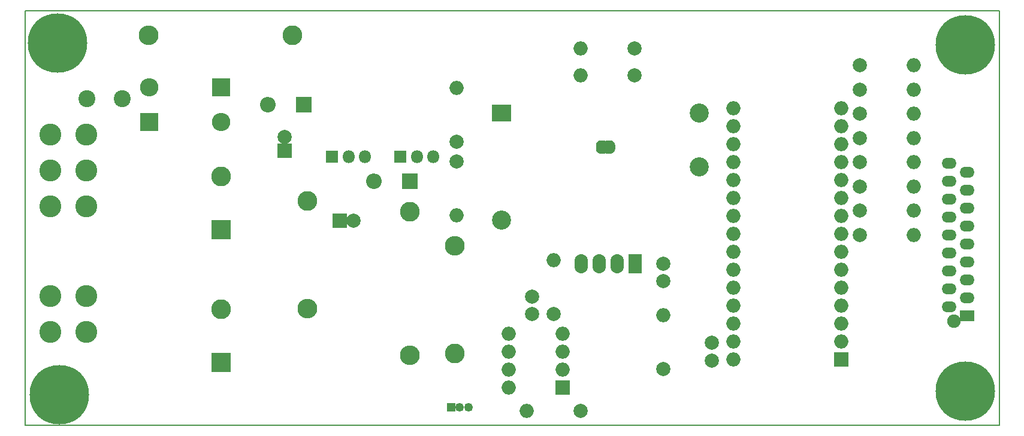
<source format=gbr>
G04 #@! TF.GenerationSoftware,KiCad,Pcbnew,5.1.5-52549c5~84~ubuntu18.04.1*
G04 #@! TF.CreationDate,2020-01-17T22:37:04+01:00*
G04 #@! TF.ProjectId,VFD,5646442e-6b69-4636-9164-5f7063625858,rev?*
G04 #@! TF.SameCoordinates,Original*
G04 #@! TF.FileFunction,Soldermask,Bot*
G04 #@! TF.FilePolarity,Negative*
%FSLAX46Y46*%
G04 Gerber Fmt 4.6, Leading zero omitted, Abs format (unit mm)*
G04 Created by KiCad (PCBNEW 5.1.5-52549c5~84~ubuntu18.04.1) date 2020-01-17 22:37:04*
%MOMM*%
%LPD*%
G04 APERTURE LIST*
%ADD10C,0.150000*%
%ADD11O,2.200000X2.200000*%
%ADD12R,2.200000X2.200000*%
%ADD13C,2.700000*%
%ADD14R,2.700000X2.400000*%
%ADD15C,1.300000*%
%ADD16C,8.400000*%
%ADD17O,2.000000X2.000000*%
%ADD18C,2.000000*%
%ADD19C,3.100000*%
%ADD20C,0.100000*%
%ADD21C,1.250000*%
%ADD22R,1.250000X1.250000*%
%ADD23R,2.000000X2.000000*%
%ADD24O,1.900000X2.700000*%
%ADD25R,1.900000X2.700000*%
%ADD26R,2.100000X1.520000*%
%ADD27O,2.100000X1.520000*%
%ADD28C,1.900000*%
%ADD29O,1.800000X1.800000*%
%ADD30R,1.800000X1.800000*%
%ADD31O,2.800000X2.800000*%
%ADD32C,2.800000*%
%ADD33C,2.400000*%
%ADD34R,2.800000X2.800000*%
%ADD35R,2.600000X2.600000*%
%ADD36O,2.600000X2.600000*%
G04 APERTURE END LIST*
D10*
X173990000Y-93472000D02*
X36322000Y-93472000D01*
X173990000Y-34798000D02*
X173990000Y-93472000D01*
X36322000Y-93472000D02*
X36322000Y-34798000D01*
X36322000Y-34798000D02*
X173990000Y-34798000D01*
D11*
X70612000Y-48133000D03*
D12*
X75692000Y-48133000D03*
D13*
X131632000Y-49276000D03*
D14*
X103632000Y-49276000D03*
D13*
X103632000Y-64476000D03*
X131632000Y-56876000D03*
D15*
X171285320Y-37502680D03*
X169164000Y-36624000D03*
X167042680Y-37502680D03*
X166164000Y-39624000D03*
X167042680Y-41745320D03*
X169164000Y-42624000D03*
X171285320Y-41745320D03*
X172164000Y-39624000D03*
D16*
X169164000Y-39624000D03*
D17*
X107188000Y-91440000D03*
D18*
X114808000Y-91440000D03*
D17*
X161925000Y-49403000D03*
D18*
X154305000Y-49403000D03*
D17*
X161925000Y-52832000D03*
D18*
X154305000Y-52832000D03*
D17*
X161925000Y-45974000D03*
D18*
X154305000Y-45974000D03*
D17*
X161925000Y-42545000D03*
D18*
X154305000Y-42545000D03*
D19*
X44958000Y-75184000D03*
X39878000Y-75184000D03*
X44958000Y-57404000D03*
X39878000Y-57404000D03*
D20*
G36*
X119020112Y-53152602D02*
G01*
X119038534Y-53152602D01*
X119058140Y-53153565D01*
X119106971Y-53158375D01*
X119126380Y-53161254D01*
X119174505Y-53170826D01*
X119193548Y-53175596D01*
X119240503Y-53189840D01*
X119258980Y-53196451D01*
X119304313Y-53215228D01*
X119322061Y-53223623D01*
X119365334Y-53246754D01*
X119382162Y-53256840D01*
X119422961Y-53284100D01*
X119438730Y-53295795D01*
X119476659Y-53326923D01*
X119491200Y-53340103D01*
X119525897Y-53374800D01*
X119539077Y-53389341D01*
X119570205Y-53427270D01*
X119581900Y-53443039D01*
X119609160Y-53483838D01*
X119619246Y-53500666D01*
X119642377Y-53543939D01*
X119650772Y-53561687D01*
X119669549Y-53607020D01*
X119676160Y-53625497D01*
X119690404Y-53672452D01*
X119695174Y-53691495D01*
X119704746Y-53739620D01*
X119707625Y-53759029D01*
X119712435Y-53807860D01*
X119713398Y-53827466D01*
X119713398Y-53845888D01*
X119714000Y-53852000D01*
X119714000Y-54352000D01*
X119713398Y-54358112D01*
X119713398Y-54376534D01*
X119712435Y-54396140D01*
X119707625Y-54444971D01*
X119704746Y-54464380D01*
X119695174Y-54512505D01*
X119690404Y-54531548D01*
X119676160Y-54578503D01*
X119669549Y-54596980D01*
X119650772Y-54642313D01*
X119642377Y-54660061D01*
X119619246Y-54703334D01*
X119609160Y-54720162D01*
X119581900Y-54760961D01*
X119570205Y-54776730D01*
X119539077Y-54814659D01*
X119525897Y-54829200D01*
X119491200Y-54863897D01*
X119476659Y-54877077D01*
X119438730Y-54908205D01*
X119422961Y-54919900D01*
X119382162Y-54947160D01*
X119365334Y-54957246D01*
X119322061Y-54980377D01*
X119304313Y-54988772D01*
X119258980Y-55007549D01*
X119240503Y-55014160D01*
X119193548Y-55028404D01*
X119174505Y-55033174D01*
X119126380Y-55042746D01*
X119106971Y-55045625D01*
X119058140Y-55050435D01*
X119038534Y-55051398D01*
X119020112Y-55051398D01*
X119014000Y-55052000D01*
X118514000Y-55052000D01*
X118474982Y-55048157D01*
X118437463Y-55036776D01*
X118402886Y-55018294D01*
X118372579Y-54993421D01*
X118347706Y-54963114D01*
X118329224Y-54928537D01*
X118317843Y-54891018D01*
X118314000Y-54852000D01*
X118314000Y-53352000D01*
X118317843Y-53312982D01*
X118329224Y-53275463D01*
X118347706Y-53240886D01*
X118372579Y-53210579D01*
X118402886Y-53185706D01*
X118437463Y-53167224D01*
X118474982Y-53155843D01*
X118514000Y-53152000D01*
X119014000Y-53152000D01*
X119020112Y-53152602D01*
G37*
G36*
X118253018Y-53155843D02*
G01*
X118290537Y-53167224D01*
X118325114Y-53185706D01*
X118355421Y-53210579D01*
X118380294Y-53240886D01*
X118398776Y-53275463D01*
X118410157Y-53312982D01*
X118414000Y-53352000D01*
X118414000Y-54852000D01*
X118410157Y-54891018D01*
X118398776Y-54928537D01*
X118380294Y-54963114D01*
X118355421Y-54993421D01*
X118325114Y-55018294D01*
X118290537Y-55036776D01*
X118253018Y-55048157D01*
X118214000Y-55052000D01*
X117714000Y-55052000D01*
X117707888Y-55051398D01*
X117689466Y-55051398D01*
X117669860Y-55050435D01*
X117621029Y-55045625D01*
X117601620Y-55042746D01*
X117553495Y-55033174D01*
X117534452Y-55028404D01*
X117487497Y-55014160D01*
X117469020Y-55007549D01*
X117423687Y-54988772D01*
X117405939Y-54980377D01*
X117362666Y-54957246D01*
X117345838Y-54947160D01*
X117305039Y-54919900D01*
X117289270Y-54908205D01*
X117251341Y-54877077D01*
X117236800Y-54863897D01*
X117202103Y-54829200D01*
X117188923Y-54814659D01*
X117157795Y-54776730D01*
X117146100Y-54760961D01*
X117118840Y-54720162D01*
X117108754Y-54703334D01*
X117085623Y-54660061D01*
X117077228Y-54642313D01*
X117058451Y-54596980D01*
X117051840Y-54578503D01*
X117037596Y-54531548D01*
X117032826Y-54512505D01*
X117023254Y-54464380D01*
X117020375Y-54444971D01*
X117015565Y-54396140D01*
X117014602Y-54376534D01*
X117014602Y-54358112D01*
X117014000Y-54352000D01*
X117014000Y-53852000D01*
X117014602Y-53845888D01*
X117014602Y-53827466D01*
X117015565Y-53807860D01*
X117020375Y-53759029D01*
X117023254Y-53739620D01*
X117032826Y-53691495D01*
X117037596Y-53672452D01*
X117051840Y-53625497D01*
X117058451Y-53607020D01*
X117077228Y-53561687D01*
X117085623Y-53543939D01*
X117108754Y-53500666D01*
X117118840Y-53483838D01*
X117146100Y-53443039D01*
X117157795Y-53427270D01*
X117188923Y-53389341D01*
X117202103Y-53374800D01*
X117236800Y-53340103D01*
X117251341Y-53326923D01*
X117289270Y-53295795D01*
X117305039Y-53284100D01*
X117345838Y-53256840D01*
X117362666Y-53246754D01*
X117405939Y-53223623D01*
X117423687Y-53215228D01*
X117469020Y-53196451D01*
X117487497Y-53189840D01*
X117534452Y-53175596D01*
X117553495Y-53170826D01*
X117601620Y-53161254D01*
X117621029Y-53158375D01*
X117669860Y-53153565D01*
X117689466Y-53152602D01*
X117707888Y-53152602D01*
X117714000Y-53152000D01*
X118214000Y-53152000D01*
X118253018Y-53155843D01*
G37*
D21*
X99020000Y-90932000D03*
X97770000Y-90932000D03*
D22*
X96520000Y-90932000D03*
D17*
X161925000Y-56261000D03*
D18*
X154305000Y-56261000D03*
D17*
X136398000Y-48641000D03*
X151638000Y-48641000D03*
X136398000Y-84201000D03*
X151638000Y-51181000D03*
X136398000Y-81661000D03*
X151638000Y-53721000D03*
X136398000Y-79121000D03*
X151638000Y-56261000D03*
X136398000Y-76581000D03*
X151638000Y-58801000D03*
X136398000Y-74041000D03*
X151638000Y-61341000D03*
X136398000Y-71501000D03*
X151638000Y-63881000D03*
X136398000Y-68961000D03*
X151638000Y-66421000D03*
X136398000Y-66421000D03*
X151638000Y-68961000D03*
X136398000Y-63881000D03*
X151638000Y-71501000D03*
X136398000Y-61341000D03*
X151638000Y-74041000D03*
X136398000Y-58801000D03*
X151638000Y-76581000D03*
X136398000Y-56261000D03*
X151638000Y-79121000D03*
X136398000Y-53721000D03*
X151638000Y-81661000D03*
X136398000Y-51181000D03*
D23*
X151638000Y-84201000D03*
D17*
X161925000Y-59690000D03*
D18*
X154305000Y-59690000D03*
D24*
X114935000Y-70675500D03*
X117475000Y-70675500D03*
X120015000Y-70675500D03*
D25*
X122555000Y-70675500D03*
D26*
X169418000Y-77978000D03*
D27*
X166878000Y-76708000D03*
X169418000Y-75438000D03*
X166878000Y-74168000D03*
X169418000Y-72898000D03*
X166878000Y-71628000D03*
X169418000Y-70358000D03*
X166878000Y-69088000D03*
X169418000Y-67818000D03*
X166878000Y-66548000D03*
X169418000Y-65278000D03*
X166878000Y-64008000D03*
X169418000Y-62738000D03*
X166878000Y-61468000D03*
X169418000Y-60198000D03*
X166878000Y-58928000D03*
X169418000Y-57658000D03*
X166878000Y-56388000D03*
D28*
X167618000Y-78743000D03*
D11*
X85598000Y-58928000D03*
D12*
X90678000Y-58928000D03*
D29*
X93994000Y-55447333D03*
X91694000Y-55447333D03*
D30*
X89394000Y-55447333D03*
D17*
X110998000Y-70167500D03*
D18*
X110998000Y-77787500D03*
D17*
X97282000Y-45720000D03*
D18*
X97282000Y-53340000D03*
D17*
X126492000Y-77914500D03*
D18*
X126492000Y-85534500D03*
D17*
X97282000Y-63754000D03*
D18*
X97282000Y-56134000D03*
D17*
X114808000Y-43942000D03*
D18*
X122428000Y-43942000D03*
D17*
X114808000Y-40132000D03*
D18*
X122428000Y-40132000D03*
D31*
X97028000Y-68072000D03*
D32*
X97028000Y-83312000D03*
D31*
X76200000Y-76962000D03*
D32*
X76200000Y-61722000D03*
D31*
X90678000Y-83566000D03*
D32*
X90678000Y-63246000D03*
D31*
X53784500Y-38290500D03*
D32*
X74104500Y-38290500D03*
D15*
X171285320Y-86524680D03*
X169164000Y-85646000D03*
X167042680Y-86524680D03*
X166164000Y-88646000D03*
X167042680Y-90767320D03*
X169164000Y-91646000D03*
X171285320Y-90767320D03*
X172164000Y-88646000D03*
D16*
X169164000Y-88646000D03*
D15*
X43015320Y-37248680D03*
X40894000Y-36370000D03*
X38772680Y-37248680D03*
X37894000Y-39370000D03*
X38772680Y-41491320D03*
X40894000Y-42370000D03*
X43015320Y-41491320D03*
X43894000Y-39370000D03*
D16*
X40894000Y-39370000D03*
D15*
X43269320Y-87032680D03*
X41148000Y-86154000D03*
X39026680Y-87032680D03*
X38148000Y-89154000D03*
X39026680Y-91275320D03*
X41148000Y-92154000D03*
X43269320Y-91275320D03*
X44148000Y-89154000D03*
D16*
X41148000Y-89154000D03*
D33*
X45038000Y-47244000D03*
X50038000Y-47244000D03*
D34*
X64008000Y-84582000D03*
D32*
X64008000Y-77082000D03*
D34*
X64008000Y-65786000D03*
D32*
X64008000Y-58286000D03*
D18*
X108013500Y-77787500D03*
X108013500Y-75287500D03*
X126492000Y-70612000D03*
X126492000Y-73112000D03*
X133350000Y-84328000D03*
X133350000Y-81828000D03*
D23*
X80772000Y-64516000D03*
D18*
X82772000Y-64516000D03*
D23*
X73025000Y-54673500D03*
D18*
X73025000Y-52673500D03*
D35*
X64008000Y-45656500D03*
D36*
X53848000Y-45656500D03*
D35*
X53848000Y-50546000D03*
D36*
X64008000Y-50546000D03*
D19*
X44958000Y-62484000D03*
X39878000Y-62484000D03*
X44958000Y-80264000D03*
X39878000Y-80264000D03*
D17*
X104648000Y-88138000D03*
X112268000Y-80518000D03*
X104648000Y-85598000D03*
X112268000Y-83058000D03*
X104648000Y-83058000D03*
X112268000Y-85598000D03*
X104648000Y-80518000D03*
D23*
X112268000Y-88138000D03*
D19*
X44958000Y-52324000D03*
X39878000Y-52324000D03*
D17*
X161925000Y-63119000D03*
D18*
X154305000Y-63119000D03*
D17*
X161925000Y-66548000D03*
D18*
X154305000Y-66548000D03*
D29*
X84342000Y-55447333D03*
X82042000Y-55447333D03*
D30*
X79742000Y-55447333D03*
M02*

</source>
